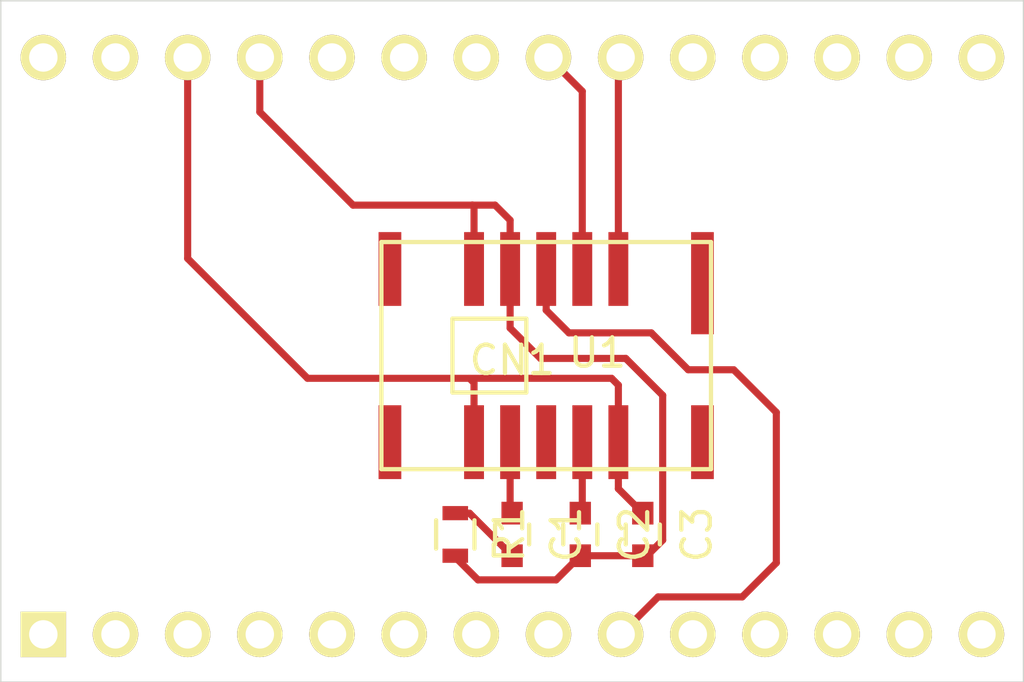
<source format=kicad_pcb>
(kicad_pcb (version 20171130) (host pcbnew 5.1.7-a382d34a8~87~ubuntu18.04.1)

  (general
    (thickness 1.6)
    (drawings 4)
    (tracks 50)
    (zones 0)
    (modules 6)
    (nets 9)
  )

  (page A4)
  (layers
    (0 F.Cu signal)
    (31 B.Cu signal)
    (32 B.Adhes user)
    (33 F.Adhes user)
    (34 B.Paste user)
    (35 F.Paste user)
    (36 B.SilkS user)
    (37 F.SilkS user)
    (38 B.Mask user)
    (39 F.Mask user)
    (40 Dwgs.User user)
    (41 Cmts.User user)
    (42 Eco1.User user)
    (43 Eco2.User user)
    (44 Edge.Cuts user)
    (45 Margin user)
    (46 B.CrtYd user)
    (47 F.CrtYd user)
    (48 B.Fab user)
    (49 F.Fab user)
  )

  (setup
    (last_trace_width 0.25)
    (trace_clearance 0.2)
    (zone_clearance 0.508)
    (zone_45_only no)
    (trace_min 0.2)
    (via_size 0.8)
    (via_drill 0.4)
    (via_min_size 0.4)
    (via_min_drill 0.3)
    (uvia_size 0.3)
    (uvia_drill 0.1)
    (uvias_allowed no)
    (uvia_min_size 0.2)
    (uvia_min_drill 0.1)
    (edge_width 0.05)
    (segment_width 0.2)
    (pcb_text_width 0.3)
    (pcb_text_size 1.5 1.5)
    (mod_edge_width 0.12)
    (mod_text_size 1 1)
    (mod_text_width 0.15)
    (pad_size 1.524 1.524)
    (pad_drill 0.762)
    (pad_to_mask_clearance 0)
    (aux_axis_origin 0 0)
    (visible_elements FFFFFF7F)
    (pcbplotparams
      (layerselection 0x010fc_ffffffff)
      (usegerberextensions false)
      (usegerberattributes true)
      (usegerberadvancedattributes true)
      (creategerberjobfile true)
      (excludeedgelayer true)
      (linewidth 0.100000)
      (plotframeref false)
      (viasonmask false)
      (mode 1)
      (useauxorigin false)
      (hpglpennumber 1)
      (hpglpenspeed 20)
      (hpglpendiameter 15.000000)
      (psnegative false)
      (psa4output false)
      (plotreference true)
      (plotvalue true)
      (plotinvisibletext false)
      (padsonsilk false)
      (subtractmaskfromsilk false)
      (outputformat 1)
      (mirror false)
      (drillshape 1)
      (scaleselection 1)
      (outputdirectory ""))
  )

  (net 0 "")
  (net 1 /AVDD)
  (net 2 "Net-(C1-Pad2)")
  (net 3 GND)
  (net 4 /DCDD)
  (net 5 +3V3)
  (net 6 /INT)
  (net 7 /I2C_SDA)
  (net 8 /I2C_SCL)

  (net_class Default "This is the default net class."
    (clearance 0.2)
    (trace_width 0.25)
    (via_dia 0.8)
    (via_drill 0.4)
    (uvia_dia 0.3)
    (uvia_drill 0.1)
    (add_net +3V3)
    (add_net /AVDD)
    (add_net /DCDD)
    (add_net /I2C_SCL)
    (add_net /I2C_SDA)
    (add_net /INT)
    (add_net GND)
    (add_net "Net-(C1-Pad2)")
  )

  (module capacitors:C_0603 (layer F.Cu) (tedit 5415D631) (tstamp 5FB09B68)
    (at 149 123.8 270)
    (descr "Capacitor SMD 0603, reflow soldering, AVX (see smccp.pdf)")
    (tags "capacitor 0603")
    (path /5FB0AC55)
    (attr smd)
    (fp_text reference C1 (at 0 -1.9 90) (layer F.SilkS)
      (effects (font (size 1 1) (thickness 0.15)))
    )
    (fp_text value 1uF (at 0 1.9 90) (layer F.Fab)
      (effects (font (size 1 1) (thickness 0.15)))
    )
    (fp_line (start 0.35 0.6) (end -0.35 0.6) (layer F.SilkS) (width 0.15))
    (fp_line (start -0.35 -0.6) (end 0.35 -0.6) (layer F.SilkS) (width 0.15))
    (fp_line (start 1.45 -0.75) (end 1.45 0.75) (layer F.CrtYd) (width 0.05))
    (fp_line (start -1.45 -0.75) (end -1.45 0.75) (layer F.CrtYd) (width 0.05))
    (fp_line (start -1.45 0.75) (end 1.45 0.75) (layer F.CrtYd) (width 0.05))
    (fp_line (start -1.45 -0.75) (end 1.45 -0.75) (layer F.CrtYd) (width 0.05))
    (pad 1 smd rect (at -0.75 0 270) (size 0.8 0.75) (layers F.Cu F.Paste F.Mask)
      (net 1 /AVDD))
    (pad 2 smd rect (at 0.75 0 270) (size 0.8 0.75) (layers F.Cu F.Paste F.Mask)
      (net 2 "Net-(C1-Pad2)"))
    (model capacitors.3dshapes/C_0603.wrl
      (at (xyz 0 0 0))
      (scale (xyz 1 1 1))
      (rotate (xyz 0 0 0))
    )
  )

  (module capacitors:C_0603 (layer F.Cu) (tedit 5415D631) (tstamp 5FB09B74)
    (at 151.4 123.8 270)
    (descr "Capacitor SMD 0603, reflow soldering, AVX (see smccp.pdf)")
    (tags "capacitor 0603")
    (path /5FB0B3B6)
    (attr smd)
    (fp_text reference C2 (at 0 -1.9 90) (layer F.SilkS)
      (effects (font (size 1 1) (thickness 0.15)))
    )
    (fp_text value 1.5uF (at 0 1.9 90) (layer F.Fab)
      (effects (font (size 1 1) (thickness 0.15)))
    )
    (fp_line (start -1.45 -0.75) (end 1.45 -0.75) (layer F.CrtYd) (width 0.05))
    (fp_line (start -1.45 0.75) (end 1.45 0.75) (layer F.CrtYd) (width 0.05))
    (fp_line (start -1.45 -0.75) (end -1.45 0.75) (layer F.CrtYd) (width 0.05))
    (fp_line (start 1.45 -0.75) (end 1.45 0.75) (layer F.CrtYd) (width 0.05))
    (fp_line (start -0.35 -0.6) (end 0.35 -0.6) (layer F.SilkS) (width 0.15))
    (fp_line (start 0.35 0.6) (end -0.35 0.6) (layer F.SilkS) (width 0.15))
    (pad 2 smd rect (at 0.75 0 270) (size 0.8 0.75) (layers F.Cu F.Paste F.Mask)
      (net 3 GND))
    (pad 1 smd rect (at -0.75 0 270) (size 0.8 0.75) (layers F.Cu F.Paste F.Mask)
      (net 4 /DCDD))
    (model capacitors.3dshapes/C_0603.wrl
      (at (xyz 0 0 0))
      (scale (xyz 1 1 1))
      (rotate (xyz 0 0 0))
    )
  )

  (module capacitors:C_0603 (layer F.Cu) (tedit 5415D631) (tstamp 5FB09B80)
    (at 153.6 123.8 270)
    (descr "Capacitor SMD 0603, reflow soldering, AVX (see smccp.pdf)")
    (tags "capacitor 0603")
    (path /5FB0B804)
    (attr smd)
    (fp_text reference C3 (at 0 -1.9 90) (layer F.SilkS)
      (effects (font (size 1 1) (thickness 0.15)))
    )
    (fp_text value 10uF (at 0 1.9 90) (layer F.Fab)
      (effects (font (size 1 1) (thickness 0.15)))
    )
    (fp_line (start 0.35 0.6) (end -0.35 0.6) (layer F.SilkS) (width 0.15))
    (fp_line (start -0.35 -0.6) (end 0.35 -0.6) (layer F.SilkS) (width 0.15))
    (fp_line (start 1.45 -0.75) (end 1.45 0.75) (layer F.CrtYd) (width 0.05))
    (fp_line (start -1.45 -0.75) (end -1.45 0.75) (layer F.CrtYd) (width 0.05))
    (fp_line (start -1.45 0.75) (end 1.45 0.75) (layer F.CrtYd) (width 0.05))
    (fp_line (start -1.45 -0.75) (end 1.45 -0.75) (layer F.CrtYd) (width 0.05))
    (pad 1 smd rect (at -0.75 0 270) (size 0.8 0.75) (layers F.Cu F.Paste F.Mask)
      (net 5 +3V3))
    (pad 2 smd rect (at 0.75 0 270) (size 0.8 0.75) (layers F.Cu F.Paste F.Mask)
      (net 3 GND))
    (model capacitors.3dshapes/C_0603.wrl
      (at (xyz 0 0 0))
      (scale (xyz 1 1 1))
      (rotate (xyz 0 0 0))
    )
  )

  (module MODULE_compute:ARDUINO_MKR (layer F.Cu) (tedit 5D3B05B4) (tstamp 5FB09BA0)
    (at 149.01 117.16)
    (path /5FB09914)
    (fp_text reference CN1 (at 0 0.5) (layer F.SilkS)
      (effects (font (size 1 1) (thickness 0.15)))
    )
    (fp_text value ARDUINO_MKR (at 0 -0.5) (layer F.Fab)
      (effects (font (size 1 1) (thickness 0.15)))
    )
    (pad 1 thru_hole rect (at -16.51 10.16) (size 1.6 1.6) (drill 1) (layers *.Cu *.Mask F.SilkS))
    (pad 2 thru_hole circle (at -13.97 10.16) (size 1.6 1.6) (drill 1) (layers *.Cu *.Mask F.SilkS))
    (pad 3 thru_hole circle (at -11.43 10.16) (size 1.6 1.6) (drill 1) (layers *.Cu *.Mask F.SilkS))
    (pad 4 thru_hole circle (at -8.89 10.16) (size 1.6 1.6) (drill 1) (layers *.Cu *.Mask F.SilkS))
    (pad 5 thru_hole circle (at -6.35 10.16) (size 1.6 1.6) (drill 1) (layers *.Cu *.Mask F.SilkS))
    (pad 6 thru_hole circle (at -3.81 10.16) (size 1.6 1.6) (drill 1) (layers *.Cu *.Mask F.SilkS))
    (pad 7 thru_hole circle (at -1.27 10.16) (size 1.6 1.6) (drill 1) (layers *.Cu *.Mask F.SilkS))
    (pad 8 thru_hole circle (at 1.27 10.16) (size 1.6 1.6) (drill 1) (layers *.Cu *.Mask F.SilkS))
    (pad 9 thru_hole circle (at 3.81 10.16) (size 1.6 1.6) (drill 1) (layers *.Cu *.Mask F.SilkS)
      (net 6 /INT))
    (pad 10 thru_hole circle (at 6.35 10.16) (size 1.6 1.6) (drill 1) (layers *.Cu *.Mask F.SilkS))
    (pad 11 thru_hole circle (at 8.89 10.16) (size 1.6 1.6) (drill 1) (layers *.Cu *.Mask F.SilkS))
    (pad 12 thru_hole circle (at 11.43 10.16) (size 1.6 1.6) (drill 1) (layers *.Cu *.Mask F.SilkS))
    (pad 13 thru_hole circle (at 13.97 10.16) (size 1.6 1.6) (drill 1) (layers *.Cu *.Mask F.SilkS))
    (pad 14 thru_hole circle (at 16.51 10.16) (size 1.6 1.6) (drill 1) (layers *.Cu *.Mask F.SilkS))
    (pad 15 thru_hole circle (at 16.51 -10.16) (size 1.6 1.6) (drill 1) (layers *.Cu *.Mask F.SilkS))
    (pad 16 thru_hole circle (at 13.97 -10.16) (size 1.6 1.6) (drill 1) (layers *.Cu *.Mask F.SilkS))
    (pad 17 thru_hole circle (at 11.43 -10.16) (size 1.6 1.6) (drill 1) (layers *.Cu *.Mask F.SilkS))
    (pad 18 thru_hole circle (at 8.89 -10.16) (size 1.6 1.6) (drill 1) (layers *.Cu *.Mask F.SilkS))
    (pad 19 thru_hole circle (at 6.35 -10.16) (size 1.6 1.6) (drill 1) (layers *.Cu *.Mask F.SilkS))
    (pad 20 thru_hole circle (at 3.81 -10.16) (size 1.6 1.6) (drill 1) (layers *.Cu *.Mask F.SilkS)
      (net 7 /I2C_SDA))
    (pad 21 thru_hole circle (at 1.27 -10.16) (size 1.6 1.6) (drill 1) (layers *.Cu *.Mask F.SilkS)
      (net 8 /I2C_SCL))
    (pad 22 thru_hole circle (at -1.27 -10.16) (size 1.6 1.6) (drill 1) (layers *.Cu *.Mask F.SilkS))
    (pad 23 thru_hole circle (at -3.81 -10.16) (size 1.6 1.6) (drill 1) (layers *.Cu *.Mask F.SilkS))
    (pad 24 thru_hole circle (at -6.35 -10.16) (size 1.6 1.6) (drill 1) (layers *.Cu *.Mask F.SilkS))
    (pad 25 thru_hole circle (at -8.89 -10.16) (size 1.6 1.6) (drill 1) (layers *.Cu *.Mask F.SilkS)
      (net 3 GND))
    (pad 26 thru_hole circle (at -11.43 -10.16) (size 1.6 1.6) (drill 1) (layers *.Cu *.Mask F.SilkS)
      (net 5 +3V3))
    (pad 27 thru_hole circle (at -13.97 -10.16) (size 1.6 1.6) (drill 1) (layers *.Cu *.Mask F.SilkS))
    (pad 28 thru_hole circle (at -16.51 -10.16) (size 1.6 1.6) (drill 1) (layers *.Cu *.Mask F.SilkS))
  )

  (module resistors:R_0603 (layer F.Cu) (tedit 5415CC62) (tstamp 5FB09BAC)
    (at 147 123.8 270)
    (descr "Resistor SMD 0603, reflow soldering, Vishay (see dcrcw.pdf)")
    (tags "resistor 0603")
    (path /5FB0BEB6)
    (attr smd)
    (fp_text reference R1 (at 0 -1.9 90) (layer F.SilkS)
      (effects (font (size 1 1) (thickness 0.15)))
    )
    (fp_text value 20R (at 0 1.9 90) (layer F.Fab)
      (effects (font (size 1 1) (thickness 0.15)))
    )
    (fp_line (start -0.5 -0.675) (end 0.5 -0.675) (layer F.SilkS) (width 0.15))
    (fp_line (start 0.5 0.675) (end -0.5 0.675) (layer F.SilkS) (width 0.15))
    (fp_line (start 1.3 -0.8) (end 1.3 0.8) (layer F.CrtYd) (width 0.05))
    (fp_line (start -1.3 -0.8) (end -1.3 0.8) (layer F.CrtYd) (width 0.05))
    (fp_line (start -1.3 0.8) (end 1.3 0.8) (layer F.CrtYd) (width 0.05))
    (fp_line (start -1.3 -0.8) (end 1.3 -0.8) (layer F.CrtYd) (width 0.05))
    (pad 1 smd rect (at -0.75 0 270) (size 0.5 0.9) (layers F.Cu F.Paste F.Mask)
      (net 2 "Net-(C1-Pad2)"))
    (pad 2 smd rect (at 0.75 0 270) (size 0.5 0.9) (layers F.Cu F.Paste F.Mask)
      (net 3 GND))
    (model resistors.3dshapes/R_0603.wrl
      (at (xyz 0 0 0))
      (scale (xyz 1 1 1))
      (rotate (xyz 0 0 0))
    )
  )

  (module IC_sensor:AMG88xx (layer F.Cu) (tedit 5CB43649) (tstamp 5FB09D5A)
    (at 150.2 117.5 180)
    (path /5FB0A65B)
    (fp_text reference U1 (at -1.8 0.1) (layer F.SilkS)
      (effects (font (size 1 1) (thickness 0.15)))
    )
    (fp_text value AMG8834 (at 0 -0.5) (layer F.Fab)
      (effects (font (size 1 1) (thickness 0.15)))
    )
    (fp_line (start 0.7 1.3) (end 0.7 -1.3) (layer F.SilkS) (width 0.15))
    (fp_line (start 3.3 1.3) (end 0.7 1.3) (layer F.SilkS) (width 0.15))
    (fp_line (start 3.3 -1.3) (end 3.3 1.3) (layer F.SilkS) (width 0.15))
    (fp_line (start 0.7 -1.3) (end 3.3 -1.3) (layer F.SilkS) (width 0.15))
    (fp_line (start -5.8 4) (end -5.8 -4) (layer F.SilkS) (width 0.15))
    (fp_line (start 5.8 4) (end -5.8 4) (layer F.SilkS) (width 0.15))
    (fp_line (start 5.8 -4) (end 5.8 4) (layer F.SilkS) (width 0.15))
    (fp_line (start -5.8 -4) (end 5.8 -4) (layer F.SilkS) (width 0.15))
    (pad 2 smd rect (at -2.54 3.05 180) (size 0.7 2.6) (layers F.Cu F.Paste F.Mask)
      (net 7 /I2C_SDA))
    (pad 3 smd rect (at -1.27 3.05 180) (size 0.7 2.6) (layers F.Cu F.Paste F.Mask)
      (net 8 /I2C_SCL))
    (pad 6 smd rect (at 2.54 3.05 180) (size 0.7 2.6) (layers F.Cu F.Paste F.Mask)
      (net 3 GND))
    (pad 5 smd rect (at 1.27 3.05 180) (size 0.7 2.6) (layers F.Cu F.Paste F.Mask)
      (net 3 GND))
    (pad 4 smd rect (at 0 3.05 180) (size 0.7 2.6) (layers F.Cu F.Paste F.Mask)
      (net 6 /INT))
    (pad 8 smd rect (at 5.5 -3.05 180) (size 0.8 2.6) (layers F.Cu F.Paste F.Mask))
    (pad 14 smd rect (at -5.5 -3.05 180) (size 0.8 2.6) (layers F.Cu F.Paste F.Mask))
    (pad 1 smd rect (at -5.5 2.55 180) (size 0.8 3.6) (layers F.Cu F.Paste F.Mask))
    (pad 7 smd rect (at 5.5 3.05 180) (size 0.8 2.6) (layers F.Cu F.Paste F.Mask))
    (pad 10 smd rect (at 1.27 -3.05 180) (size 0.7 2.6) (layers F.Cu F.Paste F.Mask)
      (net 1 /AVDD))
    (pad 12 smd rect (at -1.27 -3.05 180) (size 0.7 2.6) (layers F.Cu F.Paste F.Mask)
      (net 4 /DCDD))
    (pad 11 smd rect (at 0 -3.05 180) (size 0.7 2.6) (layers F.Cu F.Paste F.Mask))
    (pad 13 smd rect (at -2.54 -3.05 180) (size 0.7 2.6) (layers F.Cu F.Paste F.Mask)
      (net 5 +3V3))
    (pad 9 smd rect (at 2.54 -3.05 180) (size 0.7 2.6) (layers F.Cu F.Paste F.Mask)
      (net 5 +3V3))
    (model ${KISYS3DMOD}/IC_sensor/Grid-EYE_3D.STEP
      (offset (xyz 73.65000000000001 30.3 -12))
      (scale (xyz 1 1 1))
      (rotate (xyz -90 0 0))
    )
  )

  (gr_line (start 131 129) (end 131 105) (layer Edge.Cuts) (width 0.05) (tstamp 5FB09ED1))
  (gr_line (start 167 129) (end 131 129) (layer Edge.Cuts) (width 0.05))
  (gr_line (start 167 105) (end 167 129) (layer Edge.Cuts) (width 0.05))
  (gr_line (start 131 105) (end 167 105) (layer Edge.Cuts) (width 0.05))

  (segment (start 148.93 122.98) (end 149 123.05) (width 0.25) (layer F.Cu) (net 1))
  (segment (start 148.93 120.55) (end 148.93 122.98) (width 0.25) (layer F.Cu) (net 1))
  (segment (start 147.5 123.05) (end 149 124.55) (width 0.25) (layer F.Cu) (net 2))
  (segment (start 147 123.05) (end 147.5 123.05) (width 0.25) (layer F.Cu) (net 2))
  (segment (start 147 124.55) (end 147 124.6) (width 0.25) (layer F.Cu) (net 3))
  (segment (start 147 124.6) (end 147.8 125.4) (width 0.25) (layer F.Cu) (net 3))
  (segment (start 150.55 125.4) (end 151.4 124.55) (width 0.25) (layer F.Cu) (net 3))
  (segment (start 147.8 125.4) (end 150.55 125.4) (width 0.25) (layer F.Cu) (net 3))
  (segment (start 151.4 124.55) (end 153.6 124.55) (width 0.25) (layer F.Cu) (net 3))
  (segment (start 148.93 116.53) (end 148.93 114.45) (width 0.25) (layer F.Cu) (net 3))
  (segment (start 153.75 124.55) (end 154.300001 123.999999) (width 0.25) (layer F.Cu) (net 3))
  (segment (start 153.6 124.55) (end 153.75 124.55) (width 0.25) (layer F.Cu) (net 3))
  (segment (start 154.300001 118.900001) (end 153 117.6) (width 0.25) (layer F.Cu) (net 3))
  (segment (start 150 117.6) (end 148.93 116.53) (width 0.25) (layer F.Cu) (net 3))
  (segment (start 153 117.6) (end 150 117.6) (width 0.25) (layer F.Cu) (net 3))
  (segment (start 154.300001 123.999999) (end 154.300001 118.900001) (width 0.25) (layer F.Cu) (net 3))
  (segment (start 148.93 114.45) (end 148.93 112.73) (width 0.25) (layer F.Cu) (net 3))
  (segment (start 148.93 112.73) (end 148.4 112.2) (width 0.25) (layer F.Cu) (net 3))
  (segment (start 140.12 108.92) (end 140.12 107) (width 0.25) (layer F.Cu) (net 3))
  (segment (start 143.4 112.2) (end 140.12 108.92) (width 0.25) (layer F.Cu) (net 3))
  (segment (start 147.66 112.26) (end 147.6 112.2) (width 0.25) (layer F.Cu) (net 3))
  (segment (start 147.66 114.45) (end 147.66 112.26) (width 0.25) (layer F.Cu) (net 3))
  (segment (start 148.4 112.2) (end 147.6 112.2) (width 0.25) (layer F.Cu) (net 3))
  (segment (start 147.6 112.2) (end 143.4 112.2) (width 0.25) (layer F.Cu) (net 3))
  (segment (start 151.47 122.98) (end 151.4 123.05) (width 0.25) (layer F.Cu) (net 4))
  (segment (start 151.47 120.55) (end 151.47 122.98) (width 0.25) (layer F.Cu) (net 4))
  (segment (start 137.58 107) (end 137.58 114.08) (width 0.25) (layer F.Cu) (net 5))
  (segment (start 137.58 114.08) (end 141.8 118.3) (width 0.25) (layer F.Cu) (net 5))
  (segment (start 152.74 118.54) (end 152.74 120.55) (width 0.25) (layer F.Cu) (net 5))
  (segment (start 152.5 118.3) (end 152.74 118.54) (width 0.25) (layer F.Cu) (net 5))
  (segment (start 152.74 122.19) (end 153.6 123.05) (width 0.25) (layer F.Cu) (net 5))
  (segment (start 152.74 120.55) (end 152.74 122.19) (width 0.25) (layer F.Cu) (net 5))
  (segment (start 141.8 118.3) (end 147.5 118.3) (width 0.25) (layer F.Cu) (net 5))
  (segment (start 147.66 118.46) (end 147.5 118.3) (width 0.25) (layer F.Cu) (net 5))
  (segment (start 147.66 120.55) (end 147.66 118.46) (width 0.25) (layer F.Cu) (net 5))
  (segment (start 147.5 118.3) (end 152.5 118.3) (width 0.25) (layer F.Cu) (net 5))
  (segment (start 150.2 114.45) (end 150.2 115.9) (width 0.25) (layer F.Cu) (net 6))
  (segment (start 150.2 115.9) (end 151 116.7) (width 0.25) (layer F.Cu) (net 6))
  (segment (start 151 116.7) (end 153.9 116.7) (width 0.25) (layer F.Cu) (net 6))
  (segment (start 153.9 116.7) (end 155.2 118) (width 0.25) (layer F.Cu) (net 6))
  (segment (start 155.2 118) (end 156.8 118) (width 0.25) (layer F.Cu) (net 6))
  (segment (start 156.8 118) (end 158.3 119.5) (width 0.25) (layer F.Cu) (net 6))
  (segment (start 158.3 119.5) (end 158.3 124.8) (width 0.25) (layer F.Cu) (net 6))
  (segment (start 158.3 124.8) (end 157.1 126) (width 0.25) (layer F.Cu) (net 6))
  (segment (start 154.14 126) (end 152.82 127.32) (width 0.25) (layer F.Cu) (net 6))
  (segment (start 157.1 126) (end 154.14 126) (width 0.25) (layer F.Cu) (net 6))
  (segment (start 152.74 107.08) (end 152.82 107) (width 0.25) (layer F.Cu) (net 7))
  (segment (start 152.74 114.45) (end 152.74 107.08) (width 0.25) (layer F.Cu) (net 7))
  (segment (start 151.47 108.19) (end 150.28 107) (width 0.25) (layer F.Cu) (net 8))
  (segment (start 151.47 114.45) (end 151.47 108.19) (width 0.25) (layer F.Cu) (net 8))

)

</source>
